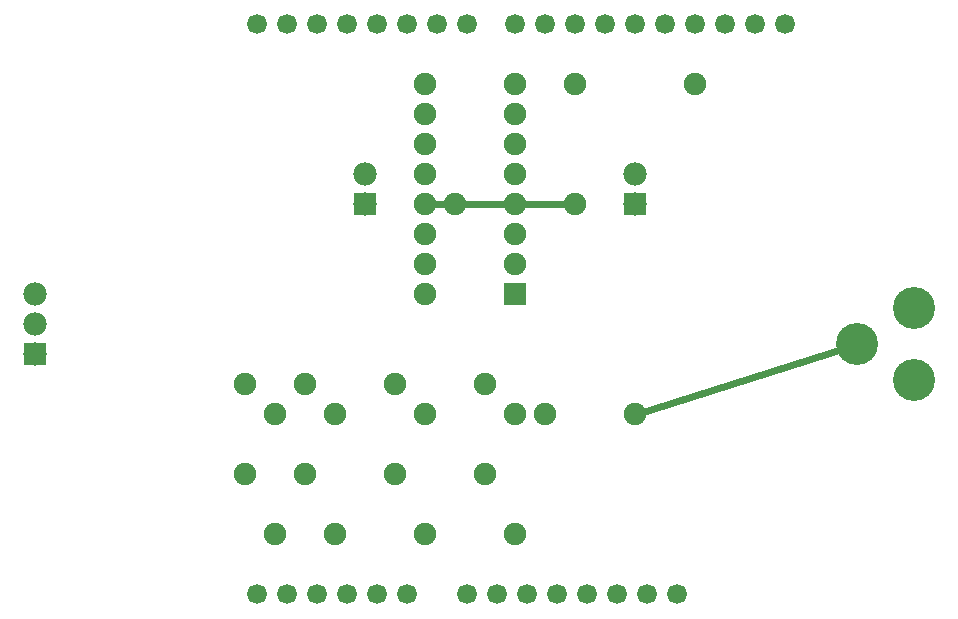
<source format=gbl>
G04 MADE WITH FRITZING*
G04 WWW.FRITZING.ORG*
G04 DOUBLE SIDED*
G04 HOLES PLATED*
G04 CONTOUR ON CENTER OF CONTOUR VECTOR*
%ASAXBY*%
%FSLAX23Y23*%
%MOIN*%
%OFA0B0*%
%SFA1.0B1.0*%
%ADD10C,0.140000*%
%ADD11C,0.066195*%
%ADD12C,0.066222*%
%ADD13C,0.052306*%
%ADD14C,0.052333*%
%ADD15C,0.075000*%
%ADD16C,0.078000*%
%ADD17R,0.075000X0.075000*%
%ADD18R,0.078000X0.078000*%
%ADD19C,0.024000*%
%LNCOPPER0*%
G90*
G70*
G54D10*
X2976Y947D03*
X2976Y1187D03*
X2786Y1067D03*
G54D11*
X1184Y233D03*
X1084Y233D03*
X984Y233D03*
X884Y233D03*
X784Y233D03*
G54D12*
X1644Y2133D03*
X1744Y2133D03*
X1844Y2133D03*
X1944Y2133D03*
X2044Y2133D03*
X2144Y2133D03*
X2244Y2133D03*
X2344Y2133D03*
X2444Y2133D03*
X2544Y2133D03*
X784Y2133D03*
X884Y2133D03*
X984Y2133D03*
X1084Y2133D03*
X1184Y2133D03*
X1284Y2133D03*
X1384Y2133D03*
X1484Y2133D03*
G54D11*
X2084Y233D03*
X2184Y233D03*
X1984Y233D03*
X1884Y233D03*
X1784Y233D03*
X1684Y233D03*
X1584Y233D03*
X1484Y233D03*
X1284Y233D03*
G54D13*
X1184Y233D03*
X1084Y233D03*
X984Y233D03*
X884Y233D03*
X784Y233D03*
G54D14*
X1644Y2133D03*
X1744Y2133D03*
X1844Y2133D03*
X1944Y2133D03*
X2044Y2133D03*
X2144Y2133D03*
X2244Y2133D03*
X2344Y2133D03*
X2444Y2133D03*
X2544Y2133D03*
X784Y2133D03*
X884Y2133D03*
X984Y2133D03*
X1084Y2133D03*
X1184Y2133D03*
X1284Y2133D03*
X1384Y2133D03*
X1484Y2133D03*
G54D13*
X2084Y233D03*
X2184Y233D03*
X1984Y233D03*
X1884Y233D03*
X1784Y233D03*
X1684Y233D03*
X1584Y233D03*
X1484Y233D03*
X1284Y233D03*
G54D15*
X1644Y1233D03*
X1344Y1233D03*
X1644Y1333D03*
X1344Y1333D03*
X1644Y1433D03*
X1344Y1433D03*
X1644Y1533D03*
X1344Y1533D03*
X1644Y1633D03*
X1344Y1633D03*
X1644Y1733D03*
X1344Y1733D03*
X1644Y1833D03*
X1344Y1833D03*
X1644Y1933D03*
X1344Y1933D03*
X1044Y833D03*
X1044Y433D03*
X1344Y833D03*
X1344Y433D03*
X1644Y833D03*
X1644Y433D03*
X844Y833D03*
X844Y433D03*
X744Y933D03*
X744Y633D03*
X1244Y933D03*
X1244Y633D03*
X1544Y933D03*
X1544Y633D03*
X944Y933D03*
X944Y633D03*
G54D16*
X1144Y1533D03*
X1144Y1633D03*
X2044Y1533D03*
X2044Y1633D03*
X44Y1033D03*
X44Y1133D03*
X44Y1233D03*
G54D15*
X1844Y1933D03*
X2244Y1933D03*
X1744Y833D03*
X2044Y833D03*
X1444Y1533D03*
X1844Y1533D03*
G54D17*
X1644Y1233D03*
G54D18*
X1144Y1533D03*
X2044Y1533D03*
X44Y1033D03*
G54D19*
X2727Y1049D02*
X2072Y842D01*
D02*
X1444Y1533D02*
X1373Y1533D01*
D02*
X1616Y1533D02*
X1444Y1533D01*
D02*
X1673Y1533D02*
X1816Y1533D01*
G04 End of Copper0*
M02*
</source>
